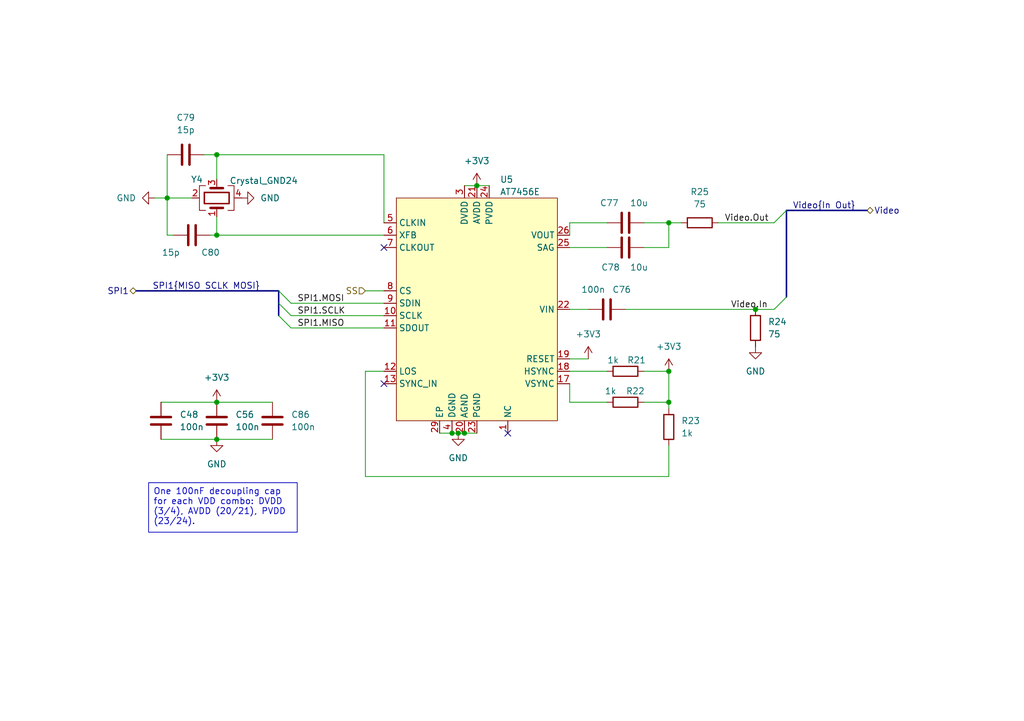
<source format=kicad_sch>
(kicad_sch (version 20250114) (generator "eeschema") (generator_version "9.0")
  (paper "A5")
  (title_block (title "Kolibri FC - OSD"))
  (lib_symbols
    (symbol "Device:C" (pin_numbers (hide yes)) (pin_names (offset 0.254))
      (property "Reference" "C" (at 0.635 2.54 0))
      (property "Value" "C" (at 0.635 -2.54 0))
      (symbol "C_0_1"
        (polyline (pts (xy -2.032 0.762) (xy 2.032 0.762)) (stroke (width 0.508)))
        (polyline (pts (xy -2.032 -0.762) (xy 2.032 -0.762)) (stroke (width 0.508)))
      )
      (symbol "C_1_1"
        (pin passive line (at 0 3.81 270) (length 2.794) (name "~") (number "1"))
        (pin passive line (at 0 -3.81 90) (length 2.794) (name "~") (number "2"))
      )
    )
    (symbol "Device:Crystal_GND24" (pin_names (offset 1.016) (hide yes))
      (property "Reference" "Y" (at 3.175 5.08 0))
      (property "Value" "Crystal_GND24" (at 3.175 3.175 0))
      (symbol "Crystal_GND24_0_1"
        (polyline (pts (xy -2.54 2.286) (xy -2.54 3.556) (xy 2.54 3.556) (xy 2.54 2.286)))
        (polyline (pts (xy -2.54 0) (xy -2.032 0)))
        (polyline (pts (xy -2.54 -2.286) (xy -2.54 -3.556) (xy 2.54 -3.556) (xy 2.54 -2.286)))
        (polyline (pts (xy -2.032 -1.27) (xy -2.032 1.27)) (stroke (width 0.508)))
        (rectangle (start -1.143 2.54) (end 1.143 -2.54) (stroke (width 0.3048)))
        (polyline (pts (xy 0 3.556) (xy 0 3.81)))
        (polyline (pts (xy 0 -3.81) (xy 0 -3.556)))
        (polyline (pts (xy 2.032 0) (xy 2.54 0)))
        (polyline (pts (xy 2.032 -1.27) (xy 2.032 1.27)) (stroke (width 0.508)))
      )
      (symbol "Crystal_GND24_1_1"
        (pin passive line (at -3.81 0 0) (length 1.27) (name "1") (number "1"))
        (pin passive line (at 0 5.08 270) (length 1.27) (name "2") (number "2"))
        (pin passive line (at 0 -5.08 90) (length 1.27) (name "4") (number "4"))
        (pin passive line (at 3.81 0 180) (length 1.27) (name "3") (number "3"))
      )
    )
    (symbol "Device:R" (pin_numbers (hide yes)) (pin_names (offset 0))
      (property "Reference" "R" (at 2.032 0 90))
      (property "Value" "R" (at 0 0 90))
      (symbol "R_0_1"
        (rectangle (start -1.016 -2.54) (end 1.016 2.54) (stroke (width 0.254)))
      )
      (symbol "R_1_1"
        (pin passive line (at 0 3.81 270) (length 1.27) (name "~") (number "1"))
        (pin passive line (at 0 -3.81 90) (length 1.27) (name "~") (number "2"))
      )
    )
    (symbol "Kolibri custom:AT7456E"
      (property "Reference" "U" (at 11.684 24.384 0))
      (symbol "AT7456E_1_1"
        (rectangle (start -16.51 22.86) (end 16.51 -22.86) (fill (type background)))
        (pin input line (at -19.05 17.78 0) (length 2.54) (name "CLKIN") (number "5"))
        (pin output line (at -19.05 15.24 0) (length 2.54) (name "XFB") (number "6"))
        (pin output line (at -19.05 12.7 0) (length 2.54) (name "CLKOUT") (number "7"))
        (pin input line (at -19.05 3.81 0) (length 2.54) (name "CS") (number "8"))
        (pin input line (at -19.05 1.27 0) (length 2.54) (name "SDIN") (number "9"))
        (pin input line (at -19.05 -1.27 0) (length 2.54) (name "SCLK") (number "10"))
        (pin output line (at -19.05 -3.81 0) (length 2.54) (name "SDOUT") (number "11"))
        (pin output line (at -19.05 -12.7 0) (length 2.54) (name "LOS") (number "12"))
        (pin input line (at -19.05 -15.24 0) (length 2.54) (name "SYNC_IN") (number "13"))
        (pin power_in line (at -7.62 -25.4 90) (length 2.54) (name "EP") (number "29"))
        (pin power_in line (at -5.08 -25.4 90) (length 2.54) (name "DGND") (number "4"))
        (pin power_in line (at -2.54 25.4 270) (length 2.54) (name "DVDD") (number "3"))
        (pin power_in line (at -2.54 -25.4 90) (length 2.54) (name "AGND") (number "20"))
        (pin power_in line (at 0 25.4 270) (length 2.54) (name "AVDD") (number "21"))
        (pin power_in line (at 0 -25.4 90) (length 2.54) (name "PGND") (number "23"))
        (pin power_in line (at 2.54 25.4 270) (length 2.54) (name "PVDD") (number "24"))
        (pin passive line (at 6.35 -25.4 90) (length 2.54) (name "NC") (number "1"))
        (pin passive line (at 6.35 -25.4 90) (length 2.54) (hide yes) (name "NC") (number "14"))
        (pin passive line (at 6.35 -25.4 90) (length 2.54) (hide yes) (name "NC") (number "15"))
        (pin passive line (at 6.35 -25.4 90) (length 2.54) (hide yes) (name "NC") (number "16"))
        (pin passive line (at 6.35 -25.4 90) (length 2.54) (hide yes) (name "NC") (number "2"))
        (pin passive line (at 6.35 -25.4 90) (length 2.54) (hide yes) (name "NC") (number "26"))
        (pin passive line (at 6.35 -25.4 90) (length 2.54) (hide yes) (name "NC") (number "27"))
        (pin passive line (at 6.35 -25.4 90) (length 2.54) (hide yes) (name "NC") (number "28"))
        (pin output line (at 19.05 15.24 180) (length 2.54) (name "VOUT") (number "26"))
        (pin output line (at 19.05 12.7 180) (length 2.54) (name "SAG") (number "25"))
        (pin input line (at 19.05 0 180) (length 2.54) (name "VIN") (number "22"))
        (pin input line (at 19.05 -10.16 180) (length 2.54) (name "RESET") (number "19"))
        (pin output line (at 19.05 -12.7 180) (length 2.54) (name "HSYNC") (number "18"))
        (pin output line (at 19.05 -15.24 180) (length 2.54) (name "VSYNC") (number "17"))
      )
    )
    (symbol "power:+3V3" (power) (pin_numbers (hide yes)) (pin_names (offset 0) (hide yes))
      (property "Value" "+3V3" (at 0 3.556 0))
      (symbol "+3V3_0_1"
        (polyline (pts (xy -0.762 1.27) (xy 0 2.54)))
        (polyline (pts (xy 0 2.54) (xy 0.762 1.27)))
        (polyline (pts (xy 0 0) (xy 0 2.54)))
      )
      (symbol "+3V3_1_1"
        (pin power_in line (at 0 0 90) (length 0) (name "~") (number "1"))
      )
    )
    (symbol "power:GND" (power) (pin_numbers (hide yes)) (pin_names (offset 0) (hide yes))
      (property "Value" "GND" (at 0 -3.81 0))
      (symbol "GND_0_1"
        (polyline (pts (xy 0 0) (xy 0 -1.27) (xy 1.27 -1.27) (xy 0 -2.54) (xy -1.27 -1.27) (xy 0 -1.27)))
      )
      (symbol "GND_1_1"
        (pin power_in line (at 0 0 270) (length 0) (name "~") (number "1"))
      )
    )
  )
  (text_box "One 100nF decoupling cap for each VDD combo: DVDD (3/4), AVDD (20/21), PVDD (23/24)." (at 30.48 99.06 0) (size 30.48 10.16) (margins 0.9525 0.9525 0.9525 0.9525) (effects (font (size 1.27 1.27)) (justify left top)))
  (junction (at 137.16 45.72))
  (junction (at 44.45 90.17))
  (junction (at 44.45 82.55))
  (junction (at 154.94 63.5))
  (junction (at 34.29 40.64))
  (junction (at 95.25 88.9))
  (junction (at 44.45 48.26))
  (junction (at 137.16 76.2))
  (junction (at 93.98 88.9))
  (junction (at 44.45 31.75))
  (junction (at 92.71 88.9))
  (junction (at 97.79 38.1))
  (junction (at 137.16 82.55))
  (no_connect (at 104.14 88.9))
  (no_connect (at 78.74 50.8))
  (no_connect (at 78.74 78.74))
  (bus_entry (at 57.15 64.77) (size 2.54 2.54))
  (bus_entry (at 161.29 60.96) (size -2.54 2.54))
  (bus_entry (at 161.29 43.18) (size -2.54 2.54))
  (bus_entry (at 57.15 62.23) (size 2.54 2.54))
  (bus_entry (at 57.15 59.69) (size 2.54 2.54))
  (bus (pts (xy 57.15 62.23) (xy 57.15 64.77)))
  (wire (pts (xy 34.29 48.26) (xy 34.29 40.64)))
  (wire (pts (xy 93.98 88.9) (xy 95.25 88.9)))
  (wire (pts (xy 78.74 76.2) (xy 74.93 76.2)))
  (wire (pts (xy 34.29 31.75) (xy 34.29 40.64)))
  (wire (pts (xy 132.08 76.2) (xy 137.16 76.2)))
  (wire (pts (xy 59.69 62.23) (xy 78.74 62.23)))
  (wire (pts (xy 44.45 48.26) (xy 78.74 48.26)))
  (wire (pts (xy 44.45 36.83) (xy 44.45 31.75)))
  (wire (pts (xy 137.16 76.2) (xy 137.16 82.55)))
  (wire (pts (xy 95.25 38.1) (xy 97.79 38.1)))
  (wire (pts (xy 44.45 44.45) (xy 44.45 48.26)))
  (wire (pts (xy 116.84 48.26) (xy 116.84 45.72)))
  (wire (pts (xy 95.25 88.9) (xy 97.79 88.9)))
  (bus (pts (xy 57.15 59.69) (xy 57.15 62.23)))
  (wire (pts (xy 116.84 63.5) (xy 120.65 63.5)))
  (wire (pts (xy 35.56 48.26) (xy 34.29 48.26)))
  (wire (pts (xy 154.94 63.5) (xy 158.75 63.5)))
  (wire (pts (xy 78.74 31.75) (xy 78.74 45.72)))
  (wire (pts (xy 116.84 76.2) (xy 124.46 76.2)))
  (wire (pts (xy 33.02 82.55) (xy 44.45 82.55)))
  (wire (pts (xy 59.69 64.77) (xy 78.74 64.77)))
  (wire (pts (xy 44.45 31.75) (xy 78.74 31.75)))
  (wire (pts (xy 33.02 90.17) (xy 44.45 90.17)))
  (wire (pts (xy 116.84 78.74) (xy 116.84 82.55)))
  (wire (pts (xy 137.16 45.72) (xy 139.7 45.72)))
  (wire (pts (xy 116.84 73.66) (xy 120.65 73.66)))
  (wire (pts (xy 74.93 59.69) (xy 78.74 59.69)))
  (wire (pts (xy 137.16 91.44) (xy 137.16 97.79)))
  (wire (pts (xy 128.27 63.5) (xy 154.94 63.5)))
  (wire (pts (xy 43.18 48.26) (xy 44.45 48.26)))
  (wire (pts (xy 74.93 97.79) (xy 137.16 97.79)))
  (wire (pts (xy 137.16 50.8) (xy 137.16 45.72)))
  (wire (pts (xy 137.16 82.55) (xy 137.16 83.82)))
  (bus (pts (xy 27.94 59.69) (xy 57.15 59.69)))
  (bus (pts (xy 161.29 43.18) (xy 161.29 60.96)))
  (wire (pts (xy 34.29 40.64) (xy 39.37 40.64)))
  (wire (pts (xy 31.75 40.64) (xy 34.29 40.64)))
  (wire (pts (xy 97.79 38.1) (xy 100.33 38.1)))
  (wire (pts (xy 147.32 45.72) (xy 158.75 45.72)))
  (wire (pts (xy 116.84 50.8) (xy 124.46 50.8)))
  (wire (pts (xy 132.08 45.72) (xy 137.16 45.72)))
  (wire (pts (xy 132.08 50.8) (xy 137.16 50.8)))
  (wire (pts (xy 90.17 88.9) (xy 92.71 88.9)))
  (wire (pts (xy 92.71 88.9) (xy 93.98 88.9)))
  (wire (pts (xy 41.91 31.75) (xy 44.45 31.75)))
  (wire (pts (xy 132.08 82.55) (xy 137.16 82.55)))
  (wire (pts (xy 59.69 67.31) (xy 78.74 67.31)))
  (bus (pts (xy 161.29 43.18) (xy 177.8 43.18)))
  (wire (pts (xy 116.84 45.72) (xy 124.46 45.72)))
  (wire (pts (xy 44.45 90.17) (xy 55.88 90.17)))
  (wire (pts (xy 116.84 82.55) (xy 124.46 82.55)))
  (wire (pts (xy 44.45 82.55) (xy 55.88 82.55)))
  (wire (pts (xy 74.93 76.2) (xy 74.93 97.79)))
  (label "SPI1.MISO" (at 60.96 67.31 0))
  (label "Video.Out" (at 148.59 45.72 0))
  (label "SPI1.SCLK" (at 60.96 64.77 0))
  (label "SPI1.MOSI" (at 60.96 62.23 0))
  (label "SPI1{MISO SCLK MOSI}" (at 53.34 59.69 180))
  (label "Video.In" (at 149.86 63.5 0))
  (label "Video{In Out}" (at 162.56 43.18 0))
  (hierarchical_label "SS" (shape input) (at 74.93 59.69 180))
  (hierarchical_label "Video" (shape bidirectional) (at 177.8 43.18 0))
  (hierarchical_label "SPI1" (shape bidirectional) (at 27.94 59.69 180))
  (symbol (lib_id "Device:R") (at 154.94 67.31 0) (unit 1)
    (property "Reference" "R24" (at 157.48 66.0399 0) (effects (justify left)))
    (property "Value" "75" (at 157.48 68.5799 0) (effects (justify left)))
    (property "Footprint" "Resistor_SMD:R_0402_1005Metric" (effects (hide yes)))
    (property "Description" "Resistor" (effects (hide yes)))
  )
  (symbol (lib_id "Device:C") (at 128.27 45.72 90) (unit 1)
    (property "Reference" "C77" (at 124.968 41.656 90))
    (property "Value" "10u" (at 131.064 41.656 90))
    (property "Footprint" "Capacitor_SMD:C_0402_1005Metric_Pad0.74x0.62mm_HandSolder" (effects (hide yes)))
    (property "Description" "Unpolarized capacitor" (effects (hide yes)))
  )
  (symbol (lib_id "Device:C") (at 128.27 50.8 270) (unit 1)
    (property "Reference" "C78" (at 125.222 54.864 90))
    (property "Value" "10u" (at 131.064 54.864 90))
    (property "Footprint" "Capacitor_SMD:C_0402_1005Metric_Pad0.74x0.62mm_HandSolder" (effects (hide yes)))
    (property "Description" "Unpolarized capacitor" (effects (hide yes)))
  )
  (symbol (lib_id "Device:Crystal_GND24") (at 44.45 40.64 90) (unit 1)
    (property "Reference" "Y4" (at 40.386 36.83 90))
    (property "Value" "Crystal_GND24" (at 54.102 37.084 90))
    (property "Footprint" "Crystal:Crystal_SMD_2016-4Pin_2.0x1.6mm" (effects (hide yes)))
    (property "Description" "Four pin crystal, GND on pins 2 and 4" (effects (hide yes)))
  )
  (symbol (lib_id "Device:R") (at 143.51 45.72 90) (unit 1)
    (property "Reference" "R25" (at 143.51 39.37 90))
    (property "Value" "75" (at 143.51 41.91 90))
    (property "Footprint" "Resistor_SMD:R_0402_1005Metric_Pad0.72x0.64mm_HandSolder" (effects (hide yes)))
    (property "Description" "Resistor" (effects (hide yes)))
  )
  (symbol (lib_id "power:GND") (at 93.98 88.9 0) (unit 1)
    (property "Reference" "#PWR0137" (effects (hide yes)))
    (property "Value" "GND" (at 93.98 93.98 0))
    (property "Description" "Power symbol creates a global label with name \"GND\" , ground" (effects (hide yes)))
  )
  (symbol (lib_id "Device:R") (at 128.27 76.2 90) (unit 1)
    (property "Reference" "R21" (at 130.556 73.914 90))
    (property "Value" "1k" (at 125.73 73.914 90))
    (property "Footprint" "Resistor_SMD:R_0402_1005Metric" (effects (hide yes)))
    (property "Description" "Resistor" (effects (hide yes)))
  )
  (symbol (lib_id "Device:R") (at 137.16 87.63 180) (unit 1)
    (property "Reference" "R23" (at 139.7 86.3599 0) (effects (justify right)))
    (property "Value" "1k" (at 139.7 88.8999 0) (effects (justify right)))
    (property "Footprint" "Resistor_SMD:R_0402_1005Metric" (effects (hide yes)))
    (property "Description" "Resistor" (effects (hide yes)))
  )
  (symbol (lib_id "Device:R") (at 128.27 82.55 90) (unit 1)
    (property "Reference" "R22" (at 130.302 80.264 90))
    (property "Value" "1k" (at 125.222 80.264 90))
    (property "Footprint" "Resistor_SMD:R_0402_1005Metric" (effects (hide yes)))
    (property "Description" "Resistor" (effects (hide yes)))
  )
  (symbol (lib_id "Device:C") (at 124.46 63.5 90) (unit 1)
    (property "Reference" "C76" (at 127.508 59.436 90))
    (property "Value" "100n" (at 121.666 59.436 90))
    (property "Footprint" "Capacitor_SMD:C_0402_1005Metric" (effects (hide yes)))
    (property "Description" "Unpolarized capacitor" (effects (hide yes)))
  )
  (symbol (lib_id "power:GND") (at 49.53 40.64 90) (unit 1)
    (property "Reference" "#PWR0140" (effects (hide yes)))
    (property "Value" "GND" (at 53.34 40.6399 90) (effects (justify right)))
    (property "Description" "Power symbol creates a global label with name \"GND\" , ground" (effects (hide yes)))
  )
  (symbol (lib_id "Device:C") (at 55.88 86.36 0) (unit 1)
    (property "Reference" "C86" (at 59.69 85.0899 0) (effects (justify left)))
    (property "Value" "100n" (at 59.69 87.6299 0) (effects (justify left)))
    (property "Footprint" "Capacitor_SMD:C_0402_1005Metric_Pad0.74x0.62mm_HandSolder" (effects (hide yes)))
    (property "Description" "Unpolarized capacitor" (effects (hide yes)))
  )
  (symbol (lib_id "Device:C") (at 33.02 86.36 0) (unit 1)
    (property "Reference" "C48" (at 36.83 85.0899 0) (effects (justify left)))
    (property "Value" "100n" (at 36.83 87.6299 0) (effects (justify left)))
    (property "Footprint" "Capacitor_SMD:C_0402_1005Metric" (effects (hide yes)))
    (property "Description" "Unpolarized capacitor" (effects (hide yes)))
  )
  (symbol (lib_id "power:GND") (at 154.94 71.12 0) (unit 1)
    (property "Reference" "#PWR0139" (effects (hide yes)))
    (property "Value" "GND" (at 154.94 76.2 0))
    (property "Description" "Power symbol creates a global label with name \"GND\" , ground" (effects (hide yes)))
  )
  (symbol (lib_id "power:+3V3") (at 44.45 82.55 0) (unit 1)
    (property "Reference" "#PWR0171" (effects (hide yes)))
    (property "Value" "+3V3" (at 44.45 77.47 0))
    (property "Description" "Power symbol creates a global label with name \"+3V3\"" (effects (hide yes)))
  )
  (symbol (lib_id "power:GND") (at 31.75 40.64 270) (unit 1)
    (property "Reference" "#PWR0141" (effects (hide yes)))
    (property "Value" "GND" (at 27.94 40.6399 90) (effects (justify right)))
    (property "Description" "Power symbol creates a global label with name \"GND\" , ground" (effects (hide yes)))
  )
  (symbol (lib_id "Device:C") (at 39.37 48.26 270) (unit 1)
    (property "Reference" "C80" (at 43.18 51.816 90))
    (property "Value" "15p" (at 35.052 51.816 90))
    (property "Footprint" "Capacitor_SMD:C_0402_1005Metric" (effects (hide yes)))
    (property "Description" "Unpolarized capacitor" (effects (hide yes)))
  )
  (symbol (lib_id "power:+3V3") (at 120.65 73.66 0) (unit 1)
    (property "Reference" "#PWR0135" (effects (hide yes)))
    (property "Value" "+3V3" (at 120.65 68.58 0))
    (property "Description" "Power symbol creates a global label with name \"+3V3\"" (effects (hide yes)))
  )
  (symbol (lib_id "Device:C") (at 44.45 86.36 0) (unit 1)
    (property "Reference" "C56" (at 48.26 85.0899 0) (effects (justify left)))
    (property "Value" "100n" (at 48.26 87.6299 0) (effects (justify left)))
    (property "Footprint" "Capacitor_SMD:C_0402_1005Metric_Pad0.74x0.62mm_HandSolder" (effects (hide yes)))
    (property "Description" "Unpolarized capacitor" (effects (hide yes)))
  )
  (symbol (lib_id "power:+3V3") (at 97.79 38.1 0) (unit 1)
    (property "Reference" "#PWR0136" (effects (hide yes)))
    (property "Value" "+3V3" (at 97.79 33.02 0))
    (property "Description" "Power symbol creates a global label with name \"+3V3\"" (effects (hide yes)))
  )
  (symbol (lib_id "power:GND") (at 44.45 90.17 0) (unit 1)
    (property "Reference" "#PWR0170" (effects (hide yes)))
    (property "Value" "GND" (at 44.45 95.25 0))
    (property "Description" "Power symbol creates a global label with name \"GND\" , ground" (effects (hide yes)))
  )
  (symbol (lib_id "power:+3V3") (at 137.16 76.2 0) (unit 1)
    (property "Reference" "#PWR0138" (effects (hide yes)))
    (property "Value" "+3V3" (at 137.16 71.12 0))
    (property "Description" "Power symbol creates a global label with name \"+3V3\"" (effects (hide yes)))
  )
  (symbol (lib_id "Device:C") (at 38.1 31.75 90) (unit 1)
    (property "Reference" "C79" (at 38.1 24.13 90))
    (property "Value" "15p" (at 38.1 26.67 90))
    (property "Footprint" "Capacitor_SMD:C_0402_1005Metric" (effects (hide yes)))
    (property "Description" "Unpolarized capacitor" (effects (hide yes)))
  )
  (symbol (lib_id "Kolibri custom:AT7456E") (at 97.79 63.5 0) (unit 1)
    (property "Reference" "U5" (at 102.5241 36.83 0) (effects (justify left)))
    (property "Value" "AT7456E" (at 102.5241 39.37 0) (effects (justify left)))
    (property "Footprint" "Package_SO:HTSSOP-28-1EP_4.4x9.7mm_P0.65mm_EP2.75x6.2mm" (effects (hide yes)))
  )
)
</source>
